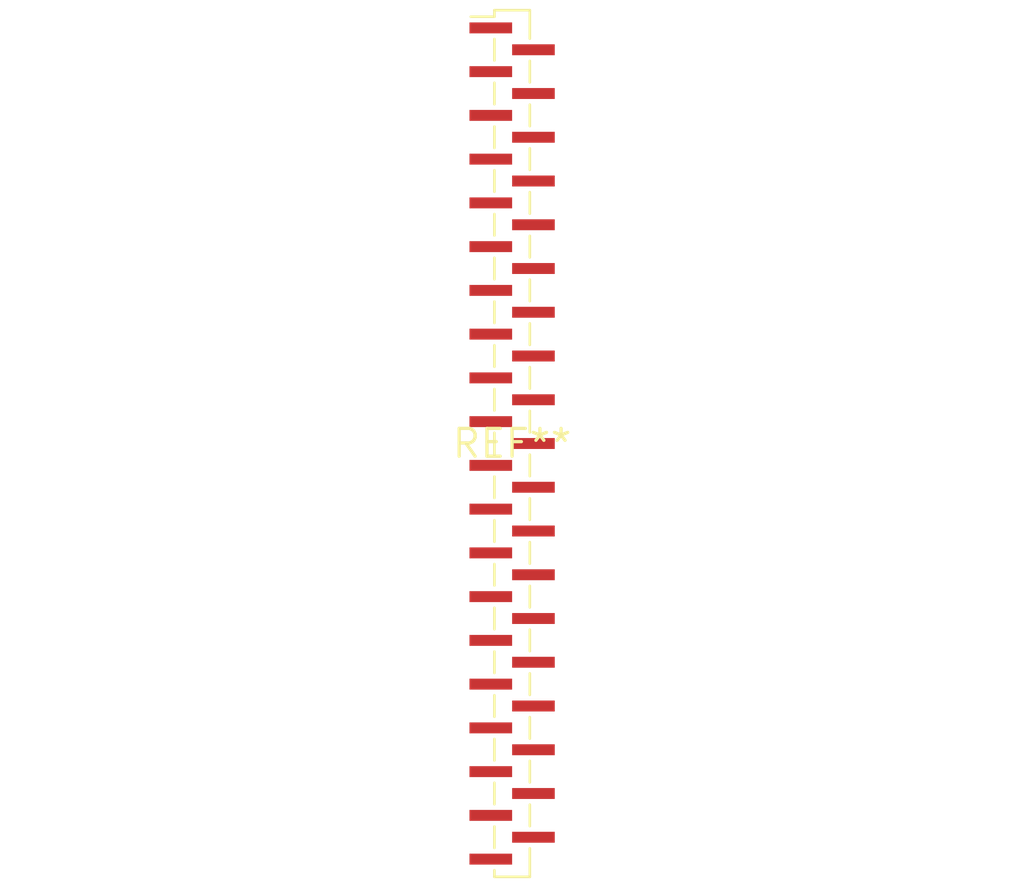
<source format=kicad_pcb>
(kicad_pcb (version 20240108) (generator pcbnew)
  (layers (0 "F.Cu" signal) (31 "B.Cu" signal) (34 "B.Paste" user) (35 "F.Paste" user) (36 "B.SilkS" user "B.Silkscreen") (37 "F.SilkS" user "F.Silkscreen") (38 "B.Mask" user) (39 "F.Mask" user) (44 "Edge.Cuts" user))
  (net 0 "")
  (footprint "PinSocket_1x39_P1.00mm_Vertical_SMD_Pin1Left" (layer "F.Cu") (at 0 0)
    (property "Reference" "REF**")
    (property "Value" "PinSocket_1x39_P1.00mm_Vertical_SMD_Pin1Left")
    (fp_line (start -1.89 -19.51) (end -0.81 -19.51) (layer "F.SilkS") (stroke (width 0.12)))
    (fp_line (start -0.81 -19.81) (end -0.81 -19.51) (layer "F.SilkS") (stroke (width 0.12)))
    (fp_line (start -0.81 -19.81) (end 0.81 -19.81) (layer "F.SilkS") (stroke (width 0.12)))
    (fp_line (start -0.81 -18.49) (end -0.81 -17.51) (layer "F.SilkS") (stroke (width 0.12)))
    (fp_line (start -0.81 -16.49) (end -0.81 -15.51) (layer "F.SilkS") (stroke (width 0.12)))
    (fp_line (start -0.81 -14.49) (end -0.81 -13.51) (layer "F.SilkS") (stroke (width 0.12)))
    (fp_line (start -0.81 -12.49) (end -0.81 -11.51) (layer "F.SilkS") (stroke (width 0.12)))
    (fp_line (start -0.81 -10.49) (end -0.81 -9.51) (layer "F.SilkS") (stroke (width 0.12)))
    (fp_line (start -0.81 -8.49) (end -0.81 -7.51) (layer "F.SilkS") (stroke (width 0.12)))
    (fp_line (start -0.81 -6.49) (end -0.81 -5.51) (layer "F.SilkS") (stroke (width 0.12)))
    (fp_line (start -0.81 -4.49) (end -0.81 -3.51) (layer "F.SilkS") (stroke (width 0.12)))
    (fp_line (start -0.81 -2.49) (end -0.81 -1.51) (layer "F.SilkS") (stroke (width 0.12)))
    (fp_line (start -0.81 -0.49) (end -0.81 0.49) (layer "F.SilkS") (stroke (width 0.12)))
    (fp_line (start -0.81 1.51) (end -0.81 2.49) (layer "F.SilkS") (stroke (width 0.12)))
    (fp_line (start -0.81 3.51) (end -0.81 4.49) (layer "F.SilkS") (stroke (width 0.12)))
    (fp_line (start -0.81 5.51) (end -0.81 6.49) (layer "F.SilkS") (stroke (width 0.12)))
    (fp_line (start -0.81 7.51) (end -0.81 8.49) (layer "F.SilkS") (stroke (width 0.12)))
    (fp_line (start -0.81 9.51) (end -0.81 10.49) (layer "F.SilkS") (stroke (width 0.12)))
    (fp_line (start -0.81 11.51) (end -0.81 12.49) (layer "F.SilkS") (stroke (width 0.12)))
    (fp_line (start -0.81 13.51) (end -0.81 14.49) (layer "F.SilkS") (stroke (width 0.12)))
    (fp_line (start -0.81 15.51) (end -0.81 16.49) (layer "F.SilkS") (stroke (width 0.12)))
    (fp_line (start -0.81 17.51) (end -0.81 18.49) (layer "F.SilkS") (stroke (width 0.12)))
    (fp_line (start -0.81 19.51) (end -0.81 19.81) (layer "F.SilkS") (stroke (width 0.12)))
    (fp_line (start -0.81 19.81) (end 0.81 19.81) (layer "F.SilkS") (stroke (width 0.12)))
    (fp_line (start 0.81 -19.81) (end 0.81 -18.51) (layer "F.SilkS") (stroke (width 0.12)))
    (fp_line (start 0.81 -17.49) (end 0.81 -16.51) (layer "F.SilkS") (stroke (width 0.12)))
    (fp_line (start 0.81 -15.49) (end 0.81 -14.51) (layer "F.SilkS") (stroke (width 0.12)))
    (fp_line (start 0.81 -13.49) (end 0.81 -12.51) (layer "F.SilkS") (stroke (width 0.12)))
    (fp_line (start 0.81 -11.49) (end 0.81 -10.51) (layer "F.SilkS") (stroke (width 0.12)))
    (fp_line (start 0.81 -9.49) (end 0.81 -8.51) (layer "F.SilkS") (stroke (width 0.12)))
    (fp_line (start 0.81 -7.49) (end 0.81 -6.51) (layer "F.SilkS") (stroke (width 0.12)))
    (fp_line (start 0.81 -5.49) (end 0.81 -4.51) (layer "F.SilkS") (stroke (width 0.12)))
    (fp_line (start 0.81 -3.49) (end 0.81 -2.51) (layer "F.SilkS") (stroke (width 0.12)))
    (fp_line (start 0.81 -1.49) (end 0.81 -0.51) (layer "F.SilkS") (stroke (width 0.12)))
    (fp_line (start 0.81 0.51) (end 0.81 1.49) (layer "F.SilkS") (stroke (width 0.12)))
    (fp_line (start 0.81 2.51) (end 0.81 3.49) (layer "F.SilkS") (stroke (width 0.12)))
    (fp_line (start 0.81 4.51) (end 0.81 5.49) (layer "F.SilkS") (stroke (width 0.12)))
    (fp_line (start 0.81 6.51) (end 0.81 7.49) (layer "F.SilkS") (stroke (width 0.12)))
    (fp_line (start 0.81 8.51) (end 0.81 9.49) (layer "F.SilkS") (stroke (width 0.12)))
    (fp_line (start 0.81 10.51) (end 0.81 11.49) (layer "F.SilkS") (stroke (width 0.12)))
    (fp_line (start 0.81 12.51) (end 0.81 13.49) (layer "F.SilkS") (stroke (width 0.12)))
    (fp_line (start 0.81 14.51) (end 0.81 15.49) (layer "F.SilkS") (stroke (width 0.12)))
    (fp_line (start 0.81 16.51) (end 0.81 17.49) (layer "F.SilkS") (stroke (width 0.12)))
    (fp_line (start 0.81 18.51) (end 0.81 19.81) (layer "F.SilkS") (stroke (width 0.12)))
    (pad "1" smd rect (at -0.975 -19) (size 1.95 0.5) (layers "F.Cu" "F.Paste" "F.Mask"))
    (pad "2" smd rect (at 0.975 -18) (size 1.95 0.5) (layers "F.Cu" "F.Paste" "F.Mask"))
    (pad "3" smd rect (at -0.975 -17) (size 1.95 0.5) (layers "F.Cu" "F.Paste" "F.Mask"))
    (pad "4" smd rect (at 0.975 -16) (size 1.95 0.5) (layers "F.Cu" "F.Paste" "F.Mask"))
    (pad "5" smd rect (at -0.975 -15) (size 1.95 0.5) (layers "F.Cu" "F.Paste" "F.Mask"))
    (pad "6" smd rect (at 0.975 -14) (size 1.95 0.5) (layers "F.Cu" "F.Paste" "F.Mask"))
    (pad "7" smd rect (at -0.975 -13) (size 1.95 0.5) (layers "F.Cu" "F.Paste" "F.Mask"))
    (pad "8" smd rect (at 0.975 -12) (size 1.95 0.5) (layers "F.Cu" "F.Paste" "F.Mask"))
    (pad "9" smd rect (at -0.975 -11) (size 1.95 0.5) (layers "F.Cu" "F.Paste" "F.Mask"))
    (pad "10" smd rect (at 0.975 -10) (size 1.95 0.5) (layers "F.Cu" "F.Paste" "F.Mask"))
    (pad "11" smd rect (at -0.975 -9) (size 1.95 0.5) (layers "F.Cu" "F.Paste" "F.Mask"))
    (pad "12" smd rect (at 0.975 -8) (size 1.95 0.5) (layers "F.Cu" "F.Paste" "F.Mask"))
    (pad "13" smd rect (at -0.975 -7) (size 1.95 0.5) (layers "F.Cu" "F.Paste" "F.Mask"))
    (pad "14" smd rect (at 0.975 -6) (size 1.95 0.5) (layers "F.Cu" "F.Paste" "F.Mask"))
    (pad "15" smd rect (at -0.975 -5) (size 1.95 0.5) (layers "F.Cu" "F.Paste" "F.Mask"))
    (pad "16" smd rect (at 0.975 -4) (size 1.95 0.5) (layers "F.Cu" "F.Paste" "F.Mask"))
    (pad "17" smd rect (at -0.975 -3) (size 1.95 0.5) (layers "F.Cu" "F.Paste" "F.Mask"))
    (pad "18" smd rect (at 0.975 -2) (size 1.95 0.5) (layers "F.Cu" "F.Paste" "F.Mask"))
    (pad "19" smd rect (at -0.975 -1) (size 1.95 0.5) (layers "F.Cu" "F.Paste" "F.Mask"))
    (pad "20" smd rect (at 0.975 0) (size 1.95 0.5) (layers "F.Cu" "F.Paste" "F.Mask"))
    (pad "21" smd rect (at -0.975 1) (size 1.95 0.5) (layers "F.Cu" "F.Paste" "F.Mask"))
    (pad "22" smd rect (at 0.975 2) (size 1.95 0.5) (layers "F.Cu" "F.Paste" "F.Mask"))
    (pad "23" smd rect (at -0.975 3) (size 1.95 0.5) (layers "F.Cu" "F.Paste" "F.Mask"))
    (pad "24" smd rect (at 0.975 4) (size 1.95 0.5) (layers "F.Cu" "F.Paste" "F.Mask"))
    (pad "25" smd rect (at -0.975 5) (size 1.95 0.5) (layers "F.Cu" "F.Paste" "F.Mask"))
    (pad "26" smd rect (at 0.975 6) (size 1.95 0.5) (layers "F.Cu" "F.Paste" "F.Mask"))
    (pad "27" smd rect (at -0.975 7) (size 1.95 0.5) (layers "F.Cu" "F.Paste" "F.Mask"))
    (pad "28" smd rect (at 0.975 8) (size 1.95 0.5) (layers "F.Cu" "F.Paste" "F.Mask"))
    (pad "29" smd rect (at -0.975 9) (size 1.95 0.5) (layers "F.Cu" "F.Paste" "F.Mask"))
    (pad "30" smd rect (at 0.975 10) (size 1.95 0.5) (layers "F.Cu" "F.Paste" "F.Mask"))
    (pad "31" smd rect (at -0.975 11) (size 1.95 0.5) (layers "F.Cu" "F.Paste" "F.Mask"))
    (pad "32" smd rect (at 0.975 12) (size 1.95 0.5) (layers "F.Cu" "F.Paste" "F.Mask"))
    (pad "33" smd rect (at -0.975 13) (size 1.95 0.5) (layers "F.Cu" "F.Paste" "F.Mask"))
    (pad "34" smd rect (at 0.975 14) (size 1.95 0.5) (layers "F.Cu" "F.Paste" "F.Mask"))
    (pad "35" smd rect (at -0.975 15) (size 1.95 0.5) (layers "F.Cu" "F.Paste" "F.Mask"))
    (pad "36" smd rect (at 0.975 16) (size 1.95 0.5) (layers "F.Cu" "F.Paste" "F.Mask"))
    (pad "37" smd rect (at -0.975 17) (size 1.95 0.5) (layers "F.Cu" "F.Paste" "F.Mask"))
    (pad "38" smd rect (at 0.975 18) (size 1.95 0.5) (layers "F.Cu" "F.Paste" "F.Mask"))
    (pad "39" smd rect (at -0.975 19) (size 1.95 0.5) (layers "F.Cu" "F.Paste" "F.Mask"))
  )
)
</source>
